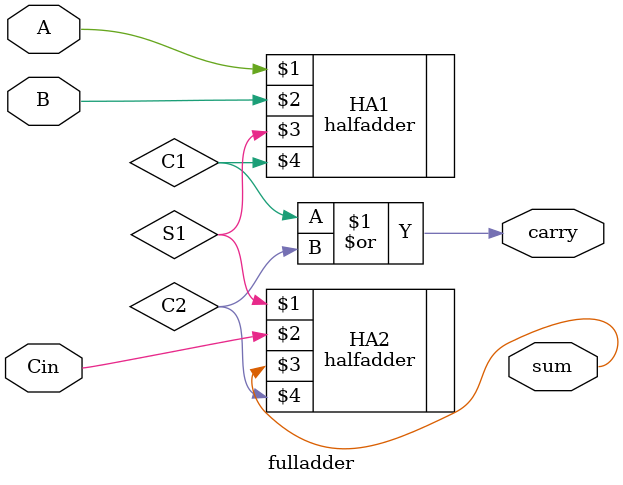
<source format=v>
module fulladder(
	input A,
	input B,
	input Cin,
	output sum,
	output carry);

wire S1,C1,C2;
halfadder HA1(A,B,S1,C1);
halfadder HA2(S1,Cin,sum,C2);
or G1 (carry,C1,C2);

endmodule



</source>
